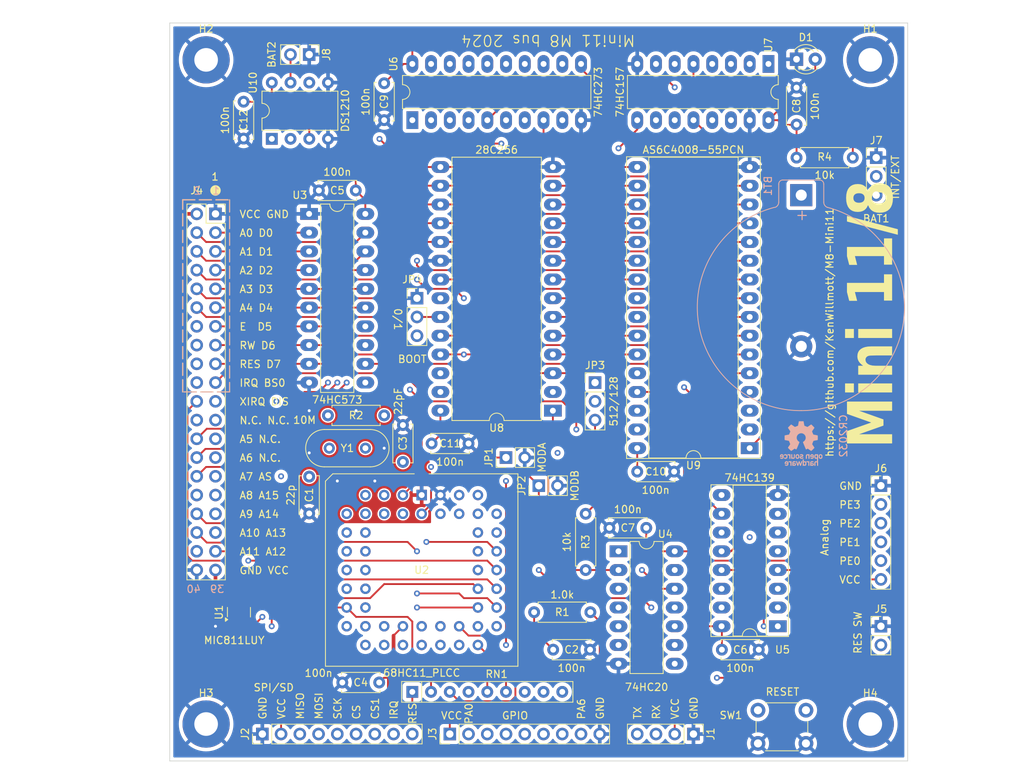
<source format=kicad_pcb>
(kicad_pcb (version 20240108) (generator "pcbnew") (generator_version "8.0")
  (layers (0 "F.Cu" signal) (1 "In1.Cu" signal) (2 "In2.Cu" signal) (31 "B.Cu" signal) (34 "B.Paste" user) (35 "F.Paste" user) (36 "B.SilkS" user "B.Silkscreen") (37 "F.SilkS" user "F.Silkscreen") (38 "B.Mask" user) (39 "F.Mask" user) (44 "Edge.Cuts" user))
  (net 0 "")
  (net 1 "GND")
  (net 2 "/A15")
  (net 3 "/A14")
  (net 4 "/A13")
  (net 5 "/A12")
  (net 6 "/A11")
  (net 7 "/A10")
  (net 8 "/A9")
  (net 9 "/A8")
  (net 10 "/A7")
  (net 11 "/A6")
  (net 12 "/A5")
  (net 13 "/A4")
  (net 14 "/A3")
  (net 15 "/A2")
  (net 16 "/A1")
  (net 17 "/A0")
  (net 18 "RES*")
  (net 19 "/D7")
  (net 20 "/D6")
  (net 21 "/D5")
  (net 22 "/D4")
  (net 23 "/D3")
  (net 24 "/D2")
  (net 25 "/D1")
  (net 26 "/D0")
  (net 27 "E")
  (net 28 "R{slash}W*")
  (net 29 "VCC")
  (net 30 "/bus/BREQ")
  (net 31 "IRQ*")
  (net 32 "/bus/BA")
  (net 33 "AS")
  (net 34 "XIRQ*")
  (net 35 "/bus/HALT")
  (net 36 "/bus/MR")
  (net 37 "/MOSI")
  (net 38 "/PA3")
  (net 39 "/MISO")
  (net 40 "/PA6")
  (net 41 "/PA5")
  (net 42 "/TX")
  (net 43 "PA1")
  (net 44 "RX")
  (net 45 "/PA4")
  (net 46 "/SCK")
  (net 47 "/CS1")
  (net 48 "PA0")
  (net 49 "/MODA")
  (net 50 "/CS")
  (net 51 "/Decode/Z3")
  (net 52 "/Decode/~{RAMWR}")
  (net 53 "/Decode/Z2")
  (net 54 "/Decode/~{RAMRD}")
  (net 55 "/Decode/Z1")
  (net 56 "/Decode/~{ROMEN}")
  (net 57 "/Decode/~{LATWR}")
  (net 58 "/Decode/RAM{slash}~{ROMIO}")
  (net 59 "/MODB")
  (net 60 "PA2")
  (net 61 "Net-(BT1-+)")
  (net 62 "/Decode/Z0")
  (net 63 "/bus/DIS")
  (net 64 "Net-(JP3-C)")
  (net 65 "BSEL1*")
  (net 66 "/Decode/Y2")
  (net 67 "/Decode/Y3")
  (net 68 "/Decode/Y0")
  (net 69 "/Decode/Y1")
  (net 70 "Net-(U2-XTAL)")
  (net 71 "Net-(U2-VRH)")
  (net 72 "Net-(U2-EXTAL)")
  (net 77 "Net-(U5A-O0)")
  (net 78 "Net-(U5B-E)")
  (net 81 "Net-(U10-VCCO)")
  (net 82 "Net-(U7-Zc)")
  (net 83 "Net-(U7-Zd)")
  (net 84 "Net-(U7-Zb)")
  (net 85 "Net-(U7-Za)")
  (net 86 "Net-(U10-~{CEO})")
  (net 87 "Net-(JP4-C)")
  (net 88 "Net-(D1-A)")
  (net 89 "Net-(J6-Pin_4)")
  (net 90 "Net-(J6-Pin_3)")
  (net 91 "Net-(J6-Pin_2)")
  (net 92 "Net-(J6-Pin_5)")
  (net 93 "Net-(J5-Pin_2)")
  (net 94 "Net-(J7-Pin_2)")
  (net 95 "Net-(J8-Pin_2)")
  (footprint "LED_THT:LED_D3.0mm" (layer "F.Cu") (at 160.005 54.915)
    (property "Reference" "D1")
    (property "Value" "PWR")
  )
  (footprint "Connector_PinHeader_2.54mm:PinHeader_1x04_P2.54mm_Vertical" (layer "F.Cu") (at 146.04 146.355 -90)
    (property "Reference" "J1")
    (property "Value" "Serial")
  )
  (footprint "Package_DIP:DIP-16_W7.62mm_Socket_LongPads" (layer "F.Cu") (at 157.47 131.75 180)
    (property "Reference" "U5")
    (property "Value" "74HC139")
  )
  (footprint "Package_DIP:DIP-8_W7.62mm" (layer "F.Cu") (at 88.9 65.7 90)
    (property "Reference" "U10")
    (property "Value" "DS1210")
  )
  (footprint "Connector_PinHeader_2.54mm:PinHeader_1x02_P2.54mm_Vertical" (layer "F.Cu") (at 125.08 112.7 90)
    (property "Reference" "JP2")
    (property "Value" "MODB")
  )
  (footprint "Capacitor_THT:C_Disc_D5.0mm_W2.5mm_P5.00mm" (layer "F.Cu") (at 93.97 111.47 -90)
    (property "Reference" "C1")
    (property "Value" "22p")
  )
  (footprint "Connector_PinHeader_2.54mm:PinHeader_1x03_P2.54mm_Vertical" (layer "F.Cu") (at 170.805 68.25)
    (property "Reference" "J7")
    (property "Value" "BAT1")
  )
  (footprint "Capacitor_THT:C_Disc_D5.0mm_W2.5mm_P5.00mm" (layer "F.Cu") (at 160.01 63.765 90)
    (property "Reference" "C8")
    (property "Value" "100n")
  )
  (footprint "Connector_PinHeader_2.54mm:PinHeader_1x09_P2.54mm_Vertical" (layer "F.Cu") (at 113.02 146.355 90)
    (property "Reference" "J3")
    (property "Value" "MCU I/O" (hide yes))
  )
  (footprint "Package_DIP:DIP-20_W7.62mm_LongPads" (layer "F.Cu") (at 107.945 63.17 90)
    (property "Reference" "U6")
    (property "Value" "74HC273")
  )
  (footprint "Capacitor_THT:C_Disc_D5.0mm_W2.5mm_P5.00mm" (layer "F.Cu") (at 104.13 58.17 -90)
    (property "Reference" "C9")
    (property "Value" "100n")
  )
  (footprint "Capacitor_THT:C_Disc_D5.0mm_W2.5mm_P5.00mm" (layer "F.Cu") (at 106.67 109.485 90)
    (property "Reference" "C3")
    (property "Value" "22pF")
  )
  (footprint "Capacitor_THT:C_Disc_D5.0mm_W2.5mm_P5.00mm" (layer "F.Cu") (at 110.56 106.985)
    (property "Reference" "C11")
    (property "Value" "100n")
  )
  (footprint "Resistor_THT:R_Array_SIP9" (layer "F.Cu") (at 107.94 140.64)
    (property "Reference" "RN1")
    (property "Value" "10K")
  )
  (footprint "MountingHole:MountingHole_3.2mm_M3_Pad" (layer "F.Cu") (at 170 145)
    (property "Reference" "H4")
    (property "Value" "MountingHole_Pad" (hide yes))
  )
  (footprint "Package_DIP:DIP-20_W7.62mm_LongPads" (layer "F.Cu") (at 93.955 75.87)
    (property "Reference" "U3")
    (property "Value" "74HC573")
  )
  (footprint "MountingHole:MountingHole_3.2mm_M3_Pad" (layer "F.Cu") (at 80 55)
    (property "Reference" "H2")
    (property "Value" "MountingHole_Pad" (hide yes))
  )
  (footprint "Capacitor_THT:C_Disc_D5.0mm_W2.5mm_P5.00mm" (layer "F.Cu") (at 149.89 134.925)
    (property "Reference" "C6")
    (property "Value" "100n")
  )
  (footprint "Resistor_THT:R_Axial_DIN0207_L6.3mm_D2.5mm_P7.62mm_Horizontal" (layer "F.Cu") (at 131.435 116.51 -90)
    (property "Reference" "R3")
    (property "Value" "10k")
  )
  (footprint "Resistor_THT:R_Axial_DIN0207_L6.3mm_D2.5mm_P7.62mm_Horizontal" (layer "F.Cu") (at 160.01 68.25)
    (property "Reference" "R4")
    (property "Value" "10k")
  )
  (footprint "Resistor_THT:R_Axial_DIN0207_L6.3mm_D2.5mm_P7.62mm_Horizontal" (layer "F.Cu") (at 96.51 103.175)
    (property "Reference" "R2")
    (property "Value" "10M")
  )
  (footprint "Connector_PinHeader_2.54mm:PinHeader_1x06_P2.54mm_Vertical" (layer "F.Cu") (at 171.44 112.7)
    (property "Reference" "J6")
    (property "Value" "Analog")
  )
  (footprint "Connector_PinHeader_2.54mm:PinHeader_1x02_P2.54mm_Vertical" (layer "F.Cu") (at 171.44 131.75)
    (property "Reference" "J5")
    (property "Value" "Conn_01x02_Pin" (hide yes))
  )
  (footprint "Connector_PinSocket_2.54mm:PinSocket_2x20_P2.54mm_Vertical" (layer "F.Cu") (at 81.27 75.87)
    (property "Reference" "J4")
    (property "Value" "Conn_02x20_Odd_Even" (hide yes))
  )
  (footprint "Capacitor_THT:C_Disc_D5.0mm_W2.5mm_P5.00mm" (layer "F.Cu") (at 85.08 60.67 -90)
    (property "Reference" "C12")
    (property "Value" "100n")
  )
  (footprint "Capacitor_THT:C_Disc_D5.0mm_W2.5mm_P5.00mm" (layer "F.Cu") (at 100.28 72.695 180)
    (property "Reference" "C5")
    (property "Value" "100n")
  )
  (footprint "Package_DIP:DIP-16_W7.62mm_LongPads" (layer "F.Cu") (at 156.2 55.55 -90)
    (property "Reference" "U7")
    (property "Value" "74HC157")
  )
  (footprint "MountingHole:MountingHole_3.2mm_M3_Pad" (layer "F.Cu") (at 170 55)
    (property "Reference" "H1")
    (property "Value" "MountingHole_Pad" (hide yes))
  )
  (footprint "MountingHole:MountingHole_3.2mm_M3_Pad" (layer "F.Cu") (at 80 145)
    (property "Reference" "H3")
    (property "Value" "MountingHole_Pad" (hide yes))
  )
  (footprint "Capacitor_THT:C_Disc_D5.0mm_W2.5mm_P5.00mm" (layer "F.Cu") (at 138.42 110.795)
    (property "Reference" "C10")
    (property "Value" "100n")
  )
  (footprint "Package_DIP:DIP-14_W7.62mm_LongPads" (layer "F.Cu") (at 135.88 121.59)
    (property "Reference" "U4")
    (property "Value" "74HC20")
  )
  (footprint "Connector_PinHeader_2.54mm:PinHeader_1x09_P2.54mm_Vertical" (layer "F.Cu") (at 87.62 146.355 90)
    (property "Reference" "J2")
    (property "Value" "SD Memory" (hide yes))
  )
  (footprint "Package_DIP:DIP-28_W15.24mm_LongPads" (layer "F.Cu") (at 126.99 102.54 180)
    (property "Reference" "U8")
    (property "Value" "28C256")
  )
  (footprint "Connector_PinHeader_2.54mm:PinHeader_1x02_P2.54mm_Vertical" (layer "F.Cu") (at 93.97 54.28 -90)
    (property "Reference" "J8")
    (property "Value" "BAT2")
  )
  (footprint "Capacitor_THT:C_Disc_D5.0mm_W2.5mm_P5.00mm" (layer "F.Cu") (at 127.03 134.925)
    (property "Reference" "C2")
    (property "Value" "100n")
  )
  (footprint "Capacitor_THT:C_Disc_D5.0mm_W2.5mm_P5.00mm" (layer "F.Cu") (at 139.65 118.415 180)
    (property "Reference" "C7")
    (property "Value" "100n")
  )
  (footprint "Package_TO_SOT_SMD:SOT-143_Handsoldering" (layer "F.Cu") (at 84.445 129.845 90)
    (property "Reference" "U1")
    (property "Value" "MIC811LUY")
  )
  (footprint "Package_LCC:PLCC-52_THT-Socket" (layer "F.Cu") (at 109.21 113.97)
    (property "Reference" "U2")
    (property "Value" "68HC11_PLCC")
  )
  (footprint "Resistor_THT:R_Axial_DIN0207_L6.3mm_D2.5mm_P7.62mm_Horizontal" (layer "F.Cu") (at 132.07 129.845 180)
    (property "Reference" "R1")
    (property "Value" "1.0k")
  )
  (footprint "Package_DIP:DIP-32_W15.24mm_Socket_LongPads" (layer "F.Cu") (at 153.66 107.62 180)
    (property "Reference" "U9")
    (property "Value" "AS6C4008-55PCN")
  )
  (footprint "Connector_PinHeader_2.54mm:PinHeader_1x02_P2.54mm_Vertical" (layer "F.Cu") (at 120.635 108.89 90)
    (property "Reference" "JP1")
    (property "Value" "MODA")
  )
  (footprint "Connector_PinHeader_2.54mm:PinHeader_1x03_P2.54mm_Vertical" (layer "F.Cu") (at 108.575 87.3)
    (property "Reference" "JP4")
    (property "Value" "BOOT")
  )
  (footprint "Button_Switch_THT:SW_PUSH_6mm_H4.3mm" (layer "F.Cu") (at 161.28 147.625 180)
    (property "Reference" "SW1")
    (property "Value" "RESET")
  )
  (footprint "Capacitor_THT:C_Disc_D5.0mm_W2.5mm_P5.00mm" (layer "F.Cu") (at 103.455 139.37 180)
    (property "Reference" "C4")
    (property "Value" "100n")
  )
  (footprint "Connector_PinHeader_2.54mm:PinHeader_1x03_P2.54mm_Vertical" (layer "F.Cu") (at 132.705 98.73)
    (property "Reference" "JP3")
    (property "Value" "512/128")
  )
  (footprint "Crystal:Crystal_HC18-U_Vertical" (layer "F.Cu") (at 96.69 107.62)
    (property "Reference" "Y1")
    (property "Value" "7.3728 MHz")
  )
  (footprint "Symbol:OSHW-Logo_5.7x6mm_SilkScreen" (layer "B.Cu") (at 160.645 106.985 180)
    (property "Reference" "REF**" (hide yes))
    (property "Value" "OSHW-Logo_5.7x6mm_SilkScreen" (hide yes))
  )
  (footprint "Battery:BatteryHolder_Keystone_107_1x23mm" (layer "B.Cu") (at 160.645 73.33 -90)
    (property "Reference" "BT1")
    (property "Value" "CR2032")
  )
  (gr_rect (start 76.825 73.965) (end 83.175 100) (stroke (width 0.15) (type dash)) (fill none) (layer "B.SilkS"))
  (gr_circle (center 81.27 72.695) (end 81.905 72.695) (stroke (width 0.15)) (fill solid) (layer "F.SilkS"))
  (gr_rect (start 76.825 73.965) (end 83.175 100) (stroke (width 0.15) (type dash)) (fill none) (layer "F.SilkS"))
  (gr_line (start 175.07 50) (end 175.07 150) (stroke (width 0.1)) (layer "Edge.Cuts"))
  (gr_line (start 75.07 150) (end 175.07 150) (stroke (width 0.1)) (layer "Edge.Cuts"))
  (gr_line (start 75.07 50) (end 175.07 50) (stroke (width 0.1)) (layer "Edge.Cuts"))
  (gr_line (start 75.07 150) (end 75.07 50) (stroke (width 0.1)) (layer "Edge.Cuts"))
  (gr_text "1" (at 81.905 73.33 0) (layer "B.SilkS") (effects (font (size 1 1)) (justify left bottom mirror)))
  (gr_text "40" (at 79.365 127.305 0) (layer "B.SilkS") (effects (font (size 1 1)) (justify left bottom mirror)))
  (gr_text "39" (at 82.54 127.305 0) (layer "B.SilkS") (effects (font (size 1 1)) (justify left bottom mirror)))
  (gr_text "2" (at 79.365 73.33 0) (layer "B.SilkS") (effects (font (size 1 1)) (justify left bottom mirror)))
  (gr_text "A4 D4" (at 84.445 89.205 0) (layer "F.SilkS") (effects (font (size 1 1)) (justify left bottom)))
  (gr_text "VCC GND" (at 84.445 76.505 0) (layer "F.SilkS") (effects (font (size 1 1)) (justify left bottom)))
  (gr_text "VCC" (at 90.795 144.45 90) (layer "F.SilkS") (effects (font (size 1 1)) (justify left bottom)))
  (gr_text "XIRQ DIS" (at 84.445 101.905 0) (layer "F.SilkS") (effects (font (size 1 1)) (justify left bottom)))
  (gr_text "E  D5" (at 84.445 91.745 0) (layer "F.SilkS") (effects (font (size 1 1)) (justify left bottom)))
  (gr_text "RES D7" (at 84.445 96.825 0) (layer "F.SilkS") (effects (font (size 1 1)) (justify left bottom)))
  (gr_text "PE0" (at 165.725 123.495 0) (layer "F.SilkS") (effects (font (size 1 1)) (justify left bottom)))
  (gr_text "RES" (at 108.575 145.085 90) (layer "F.SilkS") (effects (font (size 1 1)) (justify left bottom)))
  (gr_text "IRQ" (at 106.035 144.45 90) (layer "F.SilkS") (effects (font (size 1 1)) (justify left bottom)))
  (gr_text "A3 D3" (at 84.445 86.665 0) (layer "F.SilkS") (effects (font (size 1 1)) (justify left bottom)))
  (gr_text "A10 A13" (at 84.445 119.685 0) (layer "F.SilkS") (effects (font (size 1 1)) (justify left bottom)))
  (gr_text "CS1" (at 103.495 144.45 90) (layer "F.SilkS") (effects (font (size 1 1)) (justify left bottom)))
  (gr_text "CS" (at 100.955 144.45 90) (layer "F.SilkS") (effects (font (size 1 1)) (justify left bottom)))
  (gr_text "PA0" (at 116.195 145.085 90) (layer "F.SilkS") (effects (font (size 1 1)) (justify left bottom)))
  (gr_text "Mini11 M8 bus 2024" (at 126.355 52.375 180) (layer "F.SilkS") (effects (font (size 1.5 1.5))))
  (gr_text "GND" (at 88.255 144.45 90) (layer "F.SilkS") (effects (font (size 1 1)) (justify left bottom)))
  (gr_text "SCK" (at 98.415 144.45 90) (layer "F.SilkS") (effects (font (size 1 1)) (justify left bottom)))
  (gr_text "RW D6" (at 84.445 94.285 0) (layer "F.SilkS") (effects (font (size 1 1)) (justify left bottom)))
  (gr_text "SPI/SD" (at 86.35 140.64 0) (layer "F.SilkS") (effects (font (size 1 1)) (justify left bottom)))
  (gr_text "A7 AS" (at 84.445 112.065 0) (layer "F.SilkS") (effects (font (size 1 1)) (justify left bottom)))
  (gr_text "PA6" (at 131.435 144.45 90) (layer "F.SilkS") (effects (font (size 1 1)) (justify left bottom)))
  (gr_text "https://github.com/KenWillmott/M8-Mini11" (at 165.09 108.89 90) (layer "F.SilkS") (effects (font (size 1 1)) (justify left bottom)))
  (gr_text "PE3" (at 165.725 115.875 0) (layer "F.SilkS") (effects (font (size 1 1)) (justify left bottom)))
  (gr_text "PE2" (at 165.725 118.415 0) (layer "F.SilkS") (effects (font (size 1 1)) (justify left bottom)))
  (gr_text "1" (at 80.635 71.425 0) (layer "F.SilkS") (effects (font (size 1 1)) (justify left bottom)))
  (gr_text "RES SW" (at 168.9 135.56 90) (layer "F.SilkS") (effects (font (size 1 1)) (justify left bottom)))
  (gr_text "N.C. N.C." (at 84.445 104.445 0) (layer "F.SilkS") (effects (font (size 1 1)) (justify left bottom)))
  (gr_text "A9 A14" (at 84.445 117.145 0) (layer "F.SilkS") (effects (font (size 1 1)) (justify left bottom)))
  (gr_text "GND" (at 133.975 144.45 90) (layer "F.SilkS") (effects (font (size 1 1)) (justify left bottom)))
  (gr_text "GND" (at 146.675 144.45 90) (layer "F.SilkS") (effects (font (size 1 1)) (justify left bottom)))
  (gr_text "A5 N.C." (at 84.445 106.985 0) (layer "F.SilkS") (effects (font (size 1 1)) (justify left bottom)))
  (gr_text "0/1" (at 105.4 88.57 -90) (layer "F.SilkS") (effects (font (size 1 1)) (justify left bottom)))
  (gr_text "A1 D1" (at 84.445 81.585 0) (layer "F.SilkS") (effects (font (size 1 1)) (justify left bottom)))
  (gr_text "IRQ BS0" (at 84.445 99.365 0) (layer "F.SilkS") (effects (font (size 1 1)) (justify left bottom)))
  (gr_text "GND" (at 165.725 113.335 0) (layer "F.SilkS") (effects (font (size 1 1)) (justify left bottom)))
  (gr_text "GND VCC" (at 84.445 124.765 0) (layer "F.SilkS") (effects (font (size 1 1)) (justify left bottom)))
  (gr_text "INT/EXT" (at 173.98 73.965 90) (layer "F.SilkS") (effects (font (size 1 1)) (justify left bottom)))
  (gr_text "MOSI" (at 95.875 144.45 90) (layer "F.SilkS") (effects (font (size 1 1)) (justify left bottom)))
  (gr_text "RX" (at 141.595 144.45 90) (layer "F.SilkS") (effects (font (size 1 1)) (justify left bottom)))
  (gr_text "A2 D2" (at 84.445 84.125 0) (layer "F.SilkS") (effects (font (size 1 1)) (justify left bottom)))
  (gr_text "GPIO" (at 120.005 144.45 0) (layer "F.SilkS") (effects (font (size 1 1)) (justify left bottom)))
  (gr_text "PE1" (at 165.725 120.955 0) (layer "F.SilkS") (effects (font (size 1 1)) (justify left bottom)))
  (gr_text "VCC" (at 144.135 144.45 90) (layer "F.SilkS") (effects (font (size 1 1)) (justify left bottom)))
  (gr_text "TX" (at 139.055 144.45 90) (layer "F.SilkS") (effects (font (size 1 1)) (justify left bottom)))
  (gr_text "VCC" (at 111.75 144.45 0) (layer "F.SilkS") (effects (font (size 1 1)) (justify left bottom)))
  (gr_text "A0 D0" (at 84.445 79.045 0) (layer "F.SilkS") (effects (font (size 1 1)) (justify left bottom)))
  (gr_text "MISO" (at 93.335 144.45 90) (layer "F.SilkS") (effects (font (size 1 1)) (justify left bottom)))
  (gr_text "VCC" (at 165.725 126.035 0) (layer "F.SilkS") (effects (font (size 1 1)) (justify left bottom)))
  (gr_text "A11 A12" (at 84.445 122.225 0) (layer "F.SilkS") (effects (font (size 1 1)) (justify left bottom)))
  (gr_text "Mini 11/8" (at 173.98 107.62 90) (layer "F.SilkS") (effects (font (size 6 5) (thickness 0.3) (bold yes)) (justify left bottom)))
  (gr_text "A8 A15" (at 84.445 114.605 0) (layer "F.SilkS") (effects (font (size 1 1)) (justify left bottom)))
  (gr_text "A6 N.C." (at 84.445 109.525 0) (layer "F.SilkS") (effects (font (size 1 1)) (justify left bottom)))
  (segment (start 83.29 131.75) (end 83.695 131.345) (width 0.25) (layer "F.Cu") (net 1))
  (segment (start 81.27 131.75) (end 83.29 131.75) (width 0.25) (layer "F.Cu") (net 1))
  (via (at 102.86 112.065) (size 0.8) (drill 0.4) (layers "F.Cu" "B.Cu") (net 1))
  (via (at 104.13 107.62) (size 0.8) (drill 0.4) (layers "F.Cu" "B.Cu") (net 1))
  (via (at 81.27 131.75) (size 0.8) (drill 0.4) (layers "F.Cu" "B.Cu") (net 1))
  (via (at 100.32 102.54) (size 0.8) (drill 0.4) (layers "F.Cu" "B.Cu") (net 1))
  (via (at 93.97 108.255) (size 0.8) (drill 0.4) (layers "F.Cu" "B.Cu") (net 1))
  (via (at 93.97 102.54) (size 0.8) (drill 0.4) (layers "F.Cu" "B.Cu") (net 1))
  (via (at 97.78 112.065) (size 0.8) (drill 0.4) (layers "F.Cu" "B.Cu") (net 1))
  (segment (start 114.29 127.305) (end 114.925 127.94) (width 0.25) (layer "F.Cu") (net 3))
  (segment (start 114.925 127.94) (end 118.1 127.94) (width 0.25) (layer "F.Cu") (net 3))
  (segment (start 108.575 127.305) (end 114.29 127.305) (width 0.25) (layer "F.Cu") (net 3))
  (segment (start 118.1 127.94) (end 119.37 129.21) (width 0.25) (layer "F.Cu") (net 3))
  (via (at 108.575 127.305) (size 0.8) (drill 0.4) (layers "F.Cu" "B.Cu") (net 3))
  (segment (start 108.575 129.21) (end 116.83 129.21) (width 0.25) (layer "F.Cu") (net 4))
  (segment (start 140.325 125.4) (end 139.055 124.13) (width 0.25) (layer "F.Cu") (net 4))
  (segment (start 140.325 126.035) (end 140.325 125.4) (width 0.25) (layer "F.Cu") (net 4))
  (segment (start 140.96 126.67) (end 140.325 126.035) (width 0.25) (layer "F.Cu") (net 4))
  (segment (start 143.5 126.67) (end 140.96 126.67) (width 0.25) (layer "F.Cu") (net 4))
  (via (at 139.055 124.13) (size 0.8) (drill 0.4) (layers "F.Cu" "B.Cu") (net 4))
  (via (at 108.575 129.21) (size 0.8) (drill 0.4) (layers "F.Cu" "B.Cu") (net 4))
  (segment (start 81.27 121.59) (end 87.62 121.59) (width 0.25) (layer "F.Cu") (net 5))
  (segment (start 118.1 125.4) (end 119.37 126.67) (width 0.25) (layer "F.Cu") (net 5))
  (segment (start 87.62 121.59) (end 91.43 125.4) (width 0.25) (layer "F.Cu") (net 5))
  (segment (start 91.43 125.4) (end 118.1 125.4) (width 0.25) (layer "F.Cu") (net 5))
  (via (at 153.66 119.685) (size 0.8) (drill 0.4) (layers "F.Cu" "B.Cu") (net 5))
  (segment (start 86.985 122.86) (end 92.065 127.94) (width 0.25) (layer "F.Cu") (net 6))
  (segment (start 92.065 127.94) (end 102.225 127.94) (width 0.25) (layer "F.Cu") (net 6))
  (segment (start 104.13 126.035) (end 116.195 126.035) (width 0.25) (layer "F.Cu") (net 6))
  (segment (start 102.225 127.94) (end 104.13 126.035) (width 0.25) (layer "F.Cu") (net 6))
  (segment (start 116.195 126.035) (end 116.83 126.67) (width 0.25) (layer "F.Cu") (net 6))
  (segment (start 85.715 122.86) (end 86.985 122.86) (width 0.25) (layer "F.Cu") (net 6))
  (via (at 127.625 108.255) (size 0.8) (drill 0.4) (layers "F.Cu" "B.Cu") (net 6))
  (via (at 85.715 122.86) (size 0.8) (drill 0.4) (layers "F.Cu" "B.Cu") (net 6))
  (segment (start 130.8 86.03) (end 132.07 84.76) (width 0.25) (layer "F.Cu") (net 7))
  (segment (start 139.055 127.94) (end 140.325 129.21) (width 0.25) (layer "F.Cu") (net 7))
  (segment (start 116.82 84.75) (end 118.1 86.03) (width 0.25) (layer "F.Cu") (net 7))
  (segment (start 111.76 84.75) (end 116.82 84.75) (width 0.25) (layer "F.Cu") (net 7))
  (segment (start 125.085 124.13) (end 128.895 127.94) (width 0.25) (layer "F.Cu") (net 7))
  (segment (start 118.1 122.86) (end 119.37 124.13) (width 0.25) (layer "F.Cu") (net 7))
  (segment (start 111.75 84.76) (end 111.76 84.75) (width 0.25) (layer "F.Cu") (net 7))
  (segment (start 118.1 86.03) (end 130.8 86.03) (width 0.25) (layer "F.Cu") (net 7))
  (segment (start 128.895 127.94) (end 139.055 127.94) (width 0.25) (layer "F.Cu") (net 7))
  (segment (start 78.73 119.05) (end 80.095 120.415) (width 0.25) (layer "F.Cu") (net 7))
  (segment (start 92.7 122.86) (end 118.1 122.86) (width 0.25) (layer "F.Cu") (net 7))
  (segment (start 132.07 84.76) (end 138.42 84.76) (width 0.25) (layer "F.Cu") (net 7))
  (segment (start 80.095 120.415) (end 90.255 120.415) (width 0.25) (layer "F.Cu") (net 7))
  (segment (start 90.255 120.415) (end 92.7 122.86) (width 0.25) (layer "F.Cu") (net 7))
  (via (at 125.085 124.13) (size 0.8) (drill 0.4) (layers "F.Cu" "B.Cu") (net 7))
  (via (at 140.325 129.21) (size 0.8) (drill 0.4) (layers "F.Cu" "B.Cu") (net 7))
  (segment (start 130.8 93.65) (end 132.07 92.38) (width 0.25) (layer "F.Cu") (net 8))
  (segment (start 92.065 117.78) (end 94.605 120.32) (width 0.25) (layer "F.Cu") (net 8))
  (segment (start 118.1 93.65) (end 130.8 93.65) (width 0.25) (layer "F.Cu") (net 8))
  (segment (start 111.76 92.37) (end 116.82 92.37) (width 0.25) (layer "F.Cu") (net 8))
  (segment (start 132.07 92.38) (end 138.42 92.38) (width 0.25) (layer "F.Cu") (net 8))
  (segment (start 107.305 120.32) (end 108.575 121.59) (width 0.25) (layer "F.Cu") (net 8))
  (segment (start 80 117.78) (end 92.065 117.78) (width 0.25) (layer "F.Cu") (net 8))
  (segment (start 111.75 92.38) (end 111.76 92.37) (width 0.25) (layer "F.Cu") (net 8))
  (segment (start 116.82 92.37) (end 118.1 93.65) (width 0.25) (layer "F.Cu") (net 8))
  (segment (start 94.605 120.32) (end 107.305 120.32) (width 0.25) (layer "F.Cu") (net 8))
  (segment (start 78.73 116.51) (end 80 117.78) (width 0.25) (layer "F.Cu") (net 8))
  (via (at 108.575 121.59) (size 0.8) (drill 0.4) (layers "F.Cu" "B.Cu") (net 8))
  (segment (start 114.935 94.91) (end 116.82 94.91) (width 0.25) (layer "F.Cu") (net 9))
  (segment (start 118.1 96.19) (end 130.8 96.19) (width 0.25) (layer "F.Cu") (net 9))
  (segment (start 132.07 94.92) (end 138.42 94.92) (width 0.25) (layer "F.Cu") (net 9))
  (segment (start 119.37 121.59) (end 118.1 120.32) (width 0.25) (layer "F.Cu") (net 9))
  (segment (start 114.915 94.91) (end 114.925 94.92) (width 0.25) (layer "F.Cu") (net 9))
  (segment (start 111.76 94.91) (end 114.915 94.91) (width 0.25) (layer "F.Cu") (net 9))
  (segment (start 111.75 94.92) (end 111.76 94.91) (width 0.25) (layer "F.Cu") (net 9))
  (segment (start 114.925 94.92) (end 114.935 94.91) (width 0.25) (layer "F.Cu") (net 9))
  (segment (start 130.8 96.19) (end 132.07 94.92) (width 0.25) (layer "F.Cu") (net 9))
  (segment (start 116.82 94.91) (end 118.1 96.19) (width 0.25) (layer "F.Cu") (net 9))
  (segment (start 118.1 120.32) (end 109.845 120.32) (width 0.25) (layer "F.Cu") (net 9))
  (via (at 109.845 120.32) (size 0.8) (drill 0.4) (layers "F.Cu" "B.Cu") (net 9))
  (via (at 114.925 94.92) (size 0.8) (drill 0.4) (layers "F.Cu" "B.Cu") (net 9))
  (segment (start 84.447792 110.16) (end 93.707792 100.9) (width 0.25) (layer "F.Cu") (net 10))
  (segment (start 96.88 100.9) (end 99.05 98.73) (width 0.25) (layer "F.Cu") (net 10))
  (segment (start 132.07 96.19) (end 143.5 96.19) (width 0.25) (layer "F.Cu") (net 10))
  (segment (start 80 110.16) (end 84.447792 110.16) (width 0.25) (layer "F.Cu") (net 10))
  (segment (start 93.707792 100.9) (end 96.88 100.9) (width 0.25) (layer "F.Cu") (net 10))
  (segment (start 101.575 96.19) (end 116.83 96.19) (width 0.25) (layer "F.Cu") (net 10))
  (segment (start 99.05 98.73) (end 99.05 98.715) (width 0.25) (layer "F.Cu") (net 10))
  (segment (start 144.77 97.46) (end 153.66 97.46) (width 0.25) (layer "F.Cu") (net 10))
  (segment (start 130.81 97.45) (end 132.07 96.19) (width 0.25) (layer "F.Cu") (net 10))
  (segment (start 78.73 111.43) (end 80 110.16) (width 0.25) (layer "F.Cu") (net 10))
  (segment (start 116.83 96.19) (end 118.09 97.45) (width 0.25) (layer "F.Cu") (net 10))
  (segment (start 118.09 97.45) (end 125.72 97.45) (width 0.25) (layer "F.Cu") (net 10))
  (segment (start 143.5 96.19) (end 144.77 97.46) (width 0.25) (layer "F.Cu") (net 10))
  (segment (start 125.72 97.45) (end 130.81 97.45) (width 0.25) (layer "F.Cu") (net 10))
  (via (at 99.05 98.73) (size 0.8) (drill 0.4) (layers "F.Cu" "B.Cu") (net 10))
  (segment (start 79.905 107.715) (end 78.73 108.89) (width 0.25) (layer "F.Cu") (net 11))
  (segment (start 143.5 93.65) (end 144.77 94.92) (width 0.25) (layer "F.Cu") (net 11))
  (segment (start 86.256396 107.715) (end 79.905 107.715) (width 0.25) (layer "F.Cu") (net 11))
  (segment (start 132.07 93.65) (end 143.5 93.65) (width 0.25) (layer "F.Cu") (net 11))
  (segment (start 127 94.91) (end 130.79 94.91) (width 0.25) (layer "F.Cu") (net 11))
  (segment (start 130.8 94.92) (end 132.07 93.65) (width 0.25) (layer "F.Cu") (net 11))
  (segment (start 96.06 100.45) (end 93.521396 100.45) (width 0.25) (layer "F.Cu") (net 11))
  (segment (start 144.77 94.92) (end 153.66 94.92) (width 0.25) (layer "F.Cu") (net 11))
  (segment (start 97.78 98.73) (end 96.06 100.45) (width 0.25) (layer "F.Cu") (net 11))
  (segment (start 130.79 94.91) (end 130.8 94.92) (width 0.25) (layer "F.Cu") (net 11))
  (segment (start 93.521396 100.45) (end 86.256396 107.715) (width 0.25) (layer "F.Cu") (net 11))
  (via (at 97.78 98.73) (size 0.8) (drill 0.4) (layers "F.Cu" "B.Cu") (net 11))
  (segment (start 93.335 100) (end 88.35 104.985) (width 0.25) (layer "F.Cu") (net 12))
  (segment (start 126.99 92.38) (end 130.8 92.38) (width 0.25) (layer "F.Cu") (net 12))
  (segment (start 80.095 104.985) (end 78.73 106.35) (width 0.25) (layer "F.Cu") (net 12))
  (segment (start 143.5 91.11) (end 144.77 92.38) (width 0.25) (layer "F.Cu") (net 12))
  (segment (start 95.275495 100) (end 93.335 100) (width 0.25) (layer "F.Cu") (net 12))
  (segment (start 144.77 92.38) (end 153.66 92.38) (width 0.25) (layer "F.Cu") (net 12))
  (segment (start 96.51 98.73) (end 96.545495 98.73) (width 0.25) (layer "F.Cu") (net 12))
  (segment (start 88.35 104.985) (end 80.095 104.985) (width 0.25) (layer "F.Cu") (net 12))
  (segment (start 132.07 91.11) (end 143.5 91.11) (width 0.25) (layer "F.Cu") (net 12))
  (segment (start 130.8 92.38) (end 132.07 91.11) (width 0.25) (layer "F.Cu") (net 12))
  (segment (start 96.545495 98.73) (end 95.275495 100) (width 0.25) (layer "F.Cu") (net 12))
  (via (at 96.51 98.73) (size 0.8) (drill 0.4) (layers "F.Cu" "B.Cu") (net 12))
  (segment (start 101.57 88.57) (end 101.575 88.575) (width 0.25) (layer "F.Cu") (net 13))
  (segment (start 126.99 89.84) (end 127 89.83) (width 0.25) (layer "F.Cu") (net 13))
  (segment (start 130.8 89.84) (end 132.07 88.57) (width 0.25) (layer "F.Cu") (net 13))
  (segment (start 144.77 89.84) (end 153.66 89.84) (width 0.25) (layer "F.Cu") (net 13))
  (segment (start 143.5 88.57) (end 144.77 89.84) (width 0.25) (layer "F.Cu") (net 13))
  (segment (start 132.07 88.57) (end 143.5 88.57) (width 0.25) (layer "F.Cu") (net 13))
  (segment (start 96.51 89.84) (end 97.78 88.57) (width 0.25) (layer "F.Cu") (net 13))
  (segment (start 97.78 88.57) (end 101.57 88.57) (width 0.25) (layer "F.Cu") (net 13))
  (segment (start 130.79 89.83) (end 130.8 89.84) (width 0.25) (layer "F.Cu") (net 13))
  (segment (start 80 89.84) (end 96.51 89.84) (width 0.25) (layer "F.Cu") (net 13))
  (segment (start 78.73 88.57) (end 80 89.84) (width 0.25) (layer "F.Cu") (net 13))
  (segment (start 127 89.83) (end 130.79 89.83) (width 0.25) (layer "F.Cu") (net 13))
  (segment (start 132.07 86.03) (end 143.5 86.03) (width 0.25) (layer "F.Cu") (net 14))
  (segment (start 78.73 86.03) (end 80 87.3) (width 0.25) (layer "F.Cu") (net 14))
  (segment (start 97.78 86.03) (end 101.57 86.03) (width 0.25) (layer "F.Cu") (net 14))
  (segment (start 96.51 87.3) (end 97.78 86.03) (width 0.25) (layer "F.Cu") (net 14))
  (segment (start 80 87.3) (end 96.51 87.3) (width 0.25) (layer "F.Cu") (net 14))
  (segment (start 143.5 86.03) (end 144.77 87.3) (width 0.25) (layer "F.Cu") (net 14))
  (segment (start 130.8 87.3) (end 132.07 86.03) (width 0.25) (layer "F.Cu") (net 14))
  (segment (start 126.99 87.3) (end 130.8 87.3) (width 0.25) (layer "F.Cu") (net 14))
  (segment (start 101.57 86.03) (end 101.575 86.035) (width 0.25) (layer "F.Cu") (net 14))
  (segment (start 144.77 87.3) (end 153.66 87.3) (width 0.25) (layer "F.Cu") (net 14))
  (segment (start 130.81 84.75) (end 132.07 83.49) (width 0.25) (layer "F.Cu") (net 15))
  (segment (start 101.57 83.49) (end 101.575 83.495) (width 0.25) (layer "F.Cu") (net 15))
  (segment (start 127 84.75) (end 130.81 84.75) (width 0.25) (layer "F.Cu") (net 15))
  (segment (start 78.73 83.49) (end 80 84.76) (width 0.25) (layer "F.Cu") (net 15))
  (segment (start 96.51 84.76) (end 97.78 83.49) (width 0.25) (layer "F.Cu") (net 15))
  (segment (start 132.07 83.49) (end 143.5 83.49) (width 0.25) (layer "F.Cu") (net 15))
  (segment (start 143.5 83.49) (end 144.77 84.76) (width 0.25) (layer "F.Cu") (net 15))
  (segment (start 80 84.76) (end 96.51 84.76) (width 0.25) (layer "F.Cu") (net 15))
  (segment (start 126.99 84.76) (end 127 84.75) (width 0.25) (layer "F.Cu") (net 15))
  (segment (start 97.78 83.49) (end 101.57 83.49) (width 0.25) (layer "F.Cu") (net 15))
  (segment (start 144.77 84.76) (end 153.66 84.76) (width 0.25) (layer "F.Cu") (net 15))
  (segment (start 143.5 80.95) (end 144.77 82.22) (width 0.25) (layer "F.Cu") (net 16))
  (segment (start 100.31 82.22) (end 101.575 80.955) (width 0.25) (layer "F.Cu") (net 16))
  (segment (start 80 82.22) (end 100.31 82.22) (width 0.25) (layer "F.Cu") (net 16))
  (segment (start 144.77 82.22) (end 153.66 82.22) (width 0.25) (layer "F.Cu") (net 16))
  (segment (start 131.1275 82.21) (end 132.3875 80.95) (width 0.25) (layer "F.Cu") (net 16))
  (segment (start 127 82.21) (end 131.1275 82.21) (width 0.25) (layer "F.Cu") (net 16))
  (segment (start 113.655 86.03) (end 114.925 87.3) (width 0.25) (layer "F.Cu") (net 16))
  (segment (start 108.575 84.76) (end 109.845 86.03) (width 0.25) (layer "F.Cu") (net 16))
  (segment (start 132.3875 80.95) (end 143.5 80.95) (width 0.25) (layer "F.Cu") (net 16))
  (segment (start 109.845 86.03) (end 113.655 86.03) (width 0.25) (layer "F.Cu") (net 16))
  (segment (start 78.73 80.95) (end 80 82.22) (width 0.25) (layer "F.Cu") (net 16))
  (segment (start 126.99 82.22) (end 127 82.21) (width 0.25) (layer "F.Cu") (net 16))
  (via (at 114.925 87.3) (size 0.8) (drill 0.4) (layers "F.Cu" "B.Cu") (net 16))
  (via (at 108.575 84.76) (size 0.8) (drill 0.4) (layers "F.Cu" "B.Cu") (net 16))
  (segment (start 100.31 79.68) (end 101.575 78.415) (width 0.25) (layer "F.Cu") (net 17))
  (segment (start 143.5 78.41) (end 144.77 79.68) (width 0.25) (layer "F.Cu") (net 17))
  (segment (start 130.8 79.68) (end 132.07 78.41) (width 0.25) (layer "F.Cu") (net 17))
  (segment (start 80 79.68) (end 100.31 79.68) (width 0.25) (layer "F.Cu") (net 17))
  (segment (start 78.73 78.41) (end 80 79.68) (width 0.25) (layer "F.Cu") (net 17))
  (segment (start 126.99 79.68) (end 130.8 79.68) (width 0.25) (layer "F.Cu") (net 17))
  (segment (start 132.07 78.41) (end 143.5 78.41) (width 0.25) (layer "F.Cu") (net 17))
  (segment (start 144.77 79.68) (end 153.66 79.68) (width 0.25) (layer "F.Cu") (net 17))
  (segment (start 86.35 131.75) (end 85.8 131.75) (width 0.25) (layer "F.Cu") (net 18))
  (segment (start 85.8 131.75) (end 85.395 131.345) (width 0.25) (layer "F.Cu") (net 18))
  (segment (start 87.62 130.48) (end 86.35 131.75) (width 0.25) (layer "F.Cu") (net 18))
  (via (at 87.62 130.48) (size 0.8) (drill 0.4) (layers "F.Cu" "B.Cu") (net 18))
  (segment (start 130.8 80.95) (end 132.07 79.68) (width 0.25) (layer "F.Cu") (net 19))
  (segment (start 95.875 96.19) (end 97.145 94.92) (width 0.25) (layer "F.Cu") (net 19))
  (segment (start 122.535 79.67) (end 123.815 80.95) (width 0.25) (layer "F.Cu") (net 19))
  (segment (start 107.95 79.67) (end 122.535 79.67) (width 0.25) (layer "F.Cu") (net 19))
  (segment (start 132.07 79.68) (end 138.42 79.68) (width 0.25) (layer "F.Cu") (net 19))
  (segment (start 97.145 94.92) (end 103.495 94.92) (width 0.25) (layer "F.Cu") (net 19))
  (segment (start 81.27 96.19) (end 93.95 96.19) (width 0.25) (layer "F.Cu") (net 19))
  (segment (start 103.495 94.92) (end 106.67 91.745) (width 0.25) (layer "F.Cu") (net 19))
  (segment (start 93.955 96.19) (end 95.875 96.19) (width 0.25) (layer "F.Cu") (net 19))
  (segment (start 123.815 80.95) (end 130.8 80.95) (width 0.25) (layer "F.Cu") (net 19))
  (segment (start 106.67 80.95) (end 107.95 79.67) (width 0.25) (layer "F.Cu") (net 19))
  (segment (start 93.95 96.19) (end 93.955 96.195) (width 0.25) (layer "F.Cu") (net 19))
  (segment (start 106.67 91.745) (end 106.67 80.95) (width 0.25) (layer "F.Cu") (net 19))
  (segment (start 96.51 93.65) (end 97.78 92.38) (width 0.25) (layer "F.Cu") (net 20))
  (segment (start 106.035 79.045) (end 107.95 77.13) (width 0.25) (layer "F.Cu") (net 20))
  (segment (start 93.95 93.65) (end 93.955 93.655) (width 0.25) (layer "F.Cu") (net 20))
  (segment (start 93.955 93.65) (end 96.51 93.65) (width 0.25) (layer "F.Cu") (net 20))
  (segment (start 130.8 78.41) (end 132.07 77.14) (width 0.25) (layer "F.Cu") (net 20))
  (segment (start 97.78 92.38) (end 102.86 92.38) (width 0.25) (layer "F.Cu") (net 20))
  (segment (start 81.27 93.65) (end 93.95 93.65) (width 0.25) (layer "F.Cu") (net 20))
  (segment (start 106.035 89.205) (end 106.035 79.045) (width 0.25) (layer "F.Cu") (net 20))
  (segment (start 123.815 78.41) (end 130.8 78.41) (width 0.25) (layer "F.Cu") (net 20))
  (segment (start 102.86 92.38) (end 106.035 89.205) (width 0.25) (layer "F.Cu") (net 20))
  (segment (start 132.07 77.14) (end 138.42 77.14) (width 0.25) (layer "F.Cu") (net 20))
  (segment (start 122.535 77.13) (end 123.815 78.41) (width 0.25) (layer "F.Cu") (net 20))
  (segment (start 107.95 77.13) (end 122.535 77.13) (width 0.25) (layer "F.Cu") (net 20))
  (segment (start 82.545 91.115) (end 93.955 91.115) (width 0.25) (layer "F.Cu") (net 21))
  (segment (start 123.805 74.59) (end 125.085 75.87) (width 0.25) (layer "F.Cu") (net 21))
  (segment (start 103.212995 89.84) (end 105.4 87.652995) (width 0.25) (layer "F.Cu") (net 21))
  (segment (start 105.4 87.652995) (end 105.4 77.14) (width 0.25) (layer "F.Cu") (net 21))
  (segment (start 81.27 91.11) (end 82.54 91.11) (width 0.25) (layer "F.Cu") (net 21))
  (segment (start 93.955 91.11) (end 96.51 91.11) (width 0.25) (layer "F.Cu") (net 21))
  (segment (start 107.95 74.59) (end 123.805 74.59) (width 0.25) (layer "F.Cu") (net 21))
  (segment (start 105.4 77.14) (end 107.95 74.59) (width 0.25) (layer "F.Cu") (net 21))
  (segment (start 132.07 74.6) (end 138.42 74.6) (width 0.25) (layer "F.Cu") (net 21))
  (segment (start 130.8 75.87) (end 132.07 74.6) (width 0.25) (layer "F.Cu") (net 21))
  (segment (start 96.51 91.11) (end 97.78 89.84) (width 0.25) (layer "F.Cu") (net 21))
  (segment (start 97.78 89.84) (end 103.212995 89.84) (width 0.25) (layer "F.Cu") (net 21))
  (segment (start 82.54 91.11) (end 82.545 91.115) (width 0.25) (layer "F.Cu") (net 21))
  (segment (start 125.085 75.87) (end 130.8 75.87) (width 0.25) (layer "F.Cu") (net 21))
  (segment (start 81.27 88.57) (end 93.95 88.57) (width 0.25) (layer "F.Cu") (net 22))
  (segment (start 96.51 88.57) (end 93.955 88.57) (width 0.25) (layer "F.Cu") (net 22))
  (segment (start 130.8 73.33) (end 125.085 73.33) (width 0.25) (layer "F.Cu") (net 22))
  (segment (start 125.085 73.33) (end 123.805 72.05) (width 0.25) (layer "F.Cu") (net 22))
  (segment (start 102.86 87.3) (end 97.78 87.3) (width 0.25) (layer "F.Cu") (net 22))
  (segment (start 138.42 72.06) (end 132.07 72.06) (width 0.25) (layer "F.Cu") (net 22))
  (segment (start 104.765 75.235) (end 104.765 85.395) (width 0.25) (layer "F.Cu") (net 22))
  (segment (start 132.07 72.06) (end 130.8 73.33) (width 0.25) (layer "F.Cu") (net 22))
  (segment (start 97.78 87.3) (end 96.51 88.57) (width 0.25) (layer "F.Cu") (net 22))
  (segment (start 123.805 72.05) (end 107.95 72.05) (width 0.25) (layer "F.Cu") (net 22))
  (segment (start 93.95 88.57) (end 93.955 88.575) (width 0.25) (layer "F.Cu") (net 22))
  (segment (start 104.765 85.395) (end 102.86 87.3) (width 0.25) (layer "F.Cu") (net 22))
  (segment (start 107.95 72.05) (end 104.765 75.235) (width 0.25) (layer "F.Cu") (net 22))
  (segment (start 111.75 69.52) (end 111.76 69.51) (width 0.25) (layer "F.Cu") (net 23))
  (segment (start 130.165 69.52) (end 125.725 65.08) (width 0.25) (layer "F.Cu") (net 23))
  (segment (start 104.13 73.33) (end 107.94 69.52) (width 0.25) (layer "F.Cu") (net 23))
  (segment (start 97.78 84.76) (end 102.86 84.76) (width 0.25) (layer "F.Cu") (net 23))
  (segment (start 111.76 69.51) (end 123.805 69.51) (width 0.25) (layer "F.Cu") (net 23))
  (segment (start 104.13 83.49) (end 104.13 73.33) (width 0.25) (layer "F.Cu") (net 23))
  (segment (start 130.165 69.52) (end 138.42 69.52) (width 0.25) (layer "F.Cu") (net 23))
  (segment (start 81.27 86.03) (end 82.54 86.03) (width 0.25) (layer "F.Cu") (net 23))
  (segment (start 123.805 69.51) (end 125.085 70.79) (width 0.25) (layer "F.Cu") (net 23))
  (segment (start 82.54 86.03) (end 82.545 86.035) (width 0.25) (layer "F.Cu") (net 23))
  (segment (start 125.725 65.08) (end 125.725 63.17) (width 0.25) (layer "F.Cu") (net 23))
  (segment (start 128.895 70.79) (end 130.165 69.52) (width 0.25) (layer "F.Cu") (net 23))
  (segment (start 125.085 70.79) (end 128.895 70.79) (width 0.25) (layer "F.Cu") (net 23))
  (segment (start 96.505 86.035) (end 97.78 84.76) (width 0.25) (layer "F.Cu") (net 23))
  (segment (start 102.86 84.76) (end 104.13 83.49) (width 0.25) (layer "F.Cu") (net 23))
  (segment (start 107.94 69.52) (end 111.75 69.52) (width 0.25) (layer "F.Cu") (net 23))
  (segment (start 82.545 86.035) (end 96.505 86.035) (width 0.25) (layer "F.Cu") (net 23))
  (segment (start 126.99 72.06) (end 130.8 72.06) (width 0.25) (layer "F.Cu") (net 24))
  (segment (start 143.5 70.79) (end 144.77 72.06) (width 0.25) (layer "F.Cu") (net 24))
  (segment (start 144.77 72.06) (end 153.66 72.06) (width 0.25) (layer "F.Cu") (net 24))
  (segment (start 82.545 83.495) (end 93.955 83.495) (width 0.25) (layer "F.Cu") (net 24))
  (segment (start 81.27 83.49) (end 82.54 83.49) (width 0.25) (layer "F.Cu") (net 24))
  (segment (start 82.54 83.49) (end 82.545 83.495) (width 0.25) (layer "F.Cu") (net 24))
  (segment (start 132.07 70.79) (end 143.5 70.79) (width 0.25) (layer "F.Cu") (net 24))
  (segment (start 130.8 72.06) (end 132.07 70.79) (width 0.25) (layer "F.Cu") (net 24))
  (segment (start 130.8 74.6) (end 132.07 73.33) (width 0.25) (layer "F.Cu") (net 25))
  (segment (start 93.95 80.95) (end 93.955 80.955) (width 0.25) (layer "F.Cu") (net 25))
  (segment (start 126.99 74.6) (end 130.8 74.6) (width 0.25) (layer "F.Cu") (net 25))
  (segment (start 144.77 74.6) (end 153.66 74.6) (width 0.25) (layer "F.Cu") (net 25))
  (segment (start 143.5 73.33) (end 144.77 74.6) (width 0.25) (layer "F.Cu") (net 25))
  (segment (start 81.27 80.95) (end 93.95 80.95) (width 0.25) (layer "F.Cu") (net 25))
  (segment (start 132.07 73.33) (end 143.5 73.33) (width 0.25) (layer "F.Cu") (net 25))
  (segment (start 82.54 78.41) (end 82.545 78.415) (width 0.25) (layer "F.Cu") (net 26))
  (segment (start 82.545 78.415) (end 93.955 78.415) (width 0.25) (layer "F.Cu") (net 26))
  (segment (start 130.8 77.14) (end 132.07 75.87) (width 0.25) (layer "F.Cu") (net 26))
  (segment (start 126.99 77.14) (end 130.8 77.14) (width 0.25) (layer "F.Cu") (net 26))
  (segment (start 132.07 75.87) (end 143.5 75.87) (width 0.25) (layer "F.Cu") (net 26))
  (segment (start 144.77 77.14) (end 153.66 77.14) (width 0.25) (layer "F.Cu") (net 26))
  (segment (start 143.5 75.87) (end 144.77 77.14) (width 0.25) (layer "F.Cu") (net 26))
  (segment (start 81.27 78.41) (end 82.54 78.41) (width 0.25) (layer "F.Cu") (net 26))
  (via (at 110.48 110.16) (size 0.8) (drill 0.4) (layers "F.Cu" "B.Cu") (net 27))
  (segment (start 81.27 126.67) (end 80 126.67) (width 1) (layer "F.Cu") (net 29))
  (segment (start 90.16 146.355) (end 90.16 143.18) (width 0.25) (layer "F.Cu") (net 29))
  (segment (start 164.455 125.4) (end 161.915 122.86) (width 0.25) (layer "F.Cu") (net 29))
  (segment (start 126.355 105.08) (end 112.385 105.08) (width 1) (layer "F.Cu") (net 29))
  (segment (start 128.26 106.35) (end 127.625 106.35) (width 1) (layer "F.Cu") (net 29))
  (segment (start 126.99 102.54) (end 126.99 104.445) (width 0.25) (layer "F.Cu") (net 29))
  (segment (start 107.94 140.64) (end 107.94 143.18) (width 0.25) (layer "F.Cu") (net 29))
  (segment (start 101.575 75.87) (end 101.575 73.99) (width 0.25) (layer "F.Cu") (net 29))
  (segment (start 86.985 68.885) (end 97.78 68.885) (width 1) (layer "F.Cu") (net 29))
  (segment (start 104.765 138.735) (end 105.4 138.1) (width 0.5) (layer "F.Cu") (net 29))
  (segment (start 105.4 138.1) (end 105.4 133.02) (width 0.5) (layer "F.Cu") (net 29))
  (segment (start 104.09 138.735) (end 104.765 138.735) (width 0.25) (layer "F.Cu") (net 29))
  (segment (start 126.99 104.445) (end 126.355 105.08) (width 0.25) (layer "F.Cu") (net 29))
  (segment (start 90.16 143.18) (end 104.765 143.18) (width 1) (layer "F.Cu") (net 29))
  (segment (start 133.34 111.43) (end 128.26 106.35) (width 1) (layer "F.Cu") (net 29))
  (segment (start 76.19 133.986238) (end 85.383762 143.18) (width 1) (layer "F.Cu") (net 29))
  (segment (start 157.47 52.375) (end 158.105 53.01) (width 0.25) (layer "F.Cu") (net 29))
  (segment (start 83.495 128.345) (end 83.495 126.99) (width 0.25) (layer "F.Cu") (net 29))
  (segment (start 100.955 56.82) (end 105.4 52.375) (width 1) (layer "F.Cu") (net 29))
  (segment (start 79.365 68.885) (end 76.19 72.06) (width 1) (layer "F.Cu") (net 29))
  (segment (start 112.385 105.16) (end 112.385 105.08) (width 0.25) (layer "F.Cu") (net 29))
  (segment (start 100.28 71.385) (end 100.28 72.695) (width 0.25) (layer "F.Cu") (net 29))
  (segment (start 143.5 143.18) (end 146.675 140.005) (width 1) (layer "F.Cu") (net 29))
  (segment (start 113.02 143.18) (end 133.34 143.18) (width 1) (layer "F.Cu") (net 29))
  (segment (start 132.07 129.845) (end 133.34 131.115) (width 0.25) (layer "F.Cu") (net 29))
  (segment (start 81.27 126.67) (end 81.27 124.13) (width 0.5) (layer "F.Cu") (net 29))
  (segment (start 139.65 118.415) (end 139.65 120.28) (width 0.25) (layer "F.Cu") (net 29))
  (segment (start 159.97 63.805) (end 158.105 63.805) (width 0.25) (layer "F.Cu") (net 29))
  (segment (start 133.34 131.115) (end 133.34 143.18) (width 0.25) (layer "F.Cu") (net 29))
  (segment (start 76.19 126.67) (end 76.19 133.986238) (width 1) (layer "F.Cu") (net 29))
  (segment (start 133.34 114.605) (end 131.435 116.51) (width 0.25) (layer "F.Cu") (net 29))
  (segment (start 113.02 146.355) (end 113.02 143.18) (width 0.25) (layer "F.Cu") (net 29))
  (segment (start 105.4 52.375) (end 107.94 52.375) (width 1) (layer "F.Cu") (net 29))
  (segment (start 104.765 140.64) (end 104.765 143.18) (width 0.5) (layer "F.Cu") (net 29))
  (segment (start 104.765 140.64) (end 104.765 138.735) (width 0.5) (layer "F.Cu") (net 29))
  (segment (start 101.575 73.99) (end 100.28 72.695) (width 0.25) (layer "F.Cu") (net 29))
  (segment (start 160.01 68.25) (end 160.01 63.805) (width 0.25) (layer "F.Cu") (net 29))
  (segment (start 87.6 60.67) (end 88.9 59.37) (width 0.25) (layer "F.Cu") (net 29))
  (segment (start 80 126.67) (end 76.19 126.67) (width 1) (layer "F.Cu") (net 29))
  (segment (start 142.23 115.24) (end 146.675 119.685) (width 1) (layer "F.Cu") (net 29))
  (segment (start 127.625 106.35) (end 126.355 105.08) (width 1) (layer "F.Cu") (net 29))
  (segment (start 158.105 63.805) (end 157.47 63.17) (width 0.25) (layer "F.Cu") (net 29))
  (segment (start 97.78 68.885) (end 100.28 71.385) (width 0.25) (layer "F.Cu") (net 29))
  (segment (start 106.75 55.55) (end 104.13 58.17) (width 0.25) (layer "F.Cu") (net 29))
  (segment (start 83.495 126.99) (end 83.175 126.67) (width 0.25) (layer "F.Cu") (net 29))
  (segment (start 76.19 126.67) (end 76.19 75.87) (width 1) (layer "F.Cu") (net 29))
  (segment (start 132.705 108.89) (end 131.7525 109.8425) (width 0.25) (layer "F.Cu") (net 29))
  (segment (start 97.78 68.885) (end 100.955 65.71) (width 1) (layer "F.Cu") (net 29))
  (segment (start 111.75 102.54) (end 111.75 104.445) (width 0.25) (layer "F.Cu") (net 29))
  (segment (start 88.9 58.08) (end 88.9 59.37) (width 0.25) (layer "F.Cu") (net 29))
  (segment (start 146.675 122.86) (end 146.675 121.59) (width 1) (layer "F.Cu") (net 29))
  (segment (start 157.47 63.17) (end 156.2 63.17) (width 0.25) (layer "F.Cu") (net 29))
  (segment (start 107.945 55.55) (end 106.75 55.55) (width 0.25) (layer "F.Cu") (net 29))
  (segment (start 107.945 52.38) (end 107.94 52.375) (width 0.25) (layer "F.Cu") (net 29))
  (segment (start 143.5 146.355) (end 143.5 143.18) (width 0.25) (layer "F.Cu") (net 29))
  (segment (start 149.89 134.925) (end 149.89 131.79) (width 0.25) (layer "F.Cu") (net 29))
  (segment (start 107.945 55.55) (end 107.945 52.38) (width 0.25) (layer "F.Cu") (net 29))
  (segment (start 146.675 131.75) (end 146.675 122.86) (width 1) (layer "F.Cu") (net 29))
  (segment (start 76.19 75.87) (end 78.73 75.87) (width 0.5) (layer "F.Cu") (net 29))
  (segment (start 158.105 61.265) (end 156.2 63.17) (width 0.25) (layer "F.Cu") (net 29))
  (segment (start 140.96 121.59) (end 143.5 121.59) (width 0.25) (layer "F.Cu") (net 29))
  (segment (start 137.15 115.24) (end 142.23 115.24) (width 1) (layer "F.Cu") (net 29))
  (segment (start 86.985 68.885) (end 79.365 68.885) (width 1) (layer "F.Cu") (net 29))
  (segment (start 146.675 140.005) (end 146.675 131.75) (width 1) (layer "F.Cu") (net 29))
  (segment (start 171.44 125.4) (end 164.455 125.4) (width 0.25) (layer "F.Cu") (net 29))
  (segment (start 149.85 131.75) (end 146.675 131.75) (width 0.25) (layer "F.Cu") (net 29))
  (segment (start 103.455 139.37) (end 104.09 138.735) (width 0.25) (layer "F.Cu") (net 29))
  (segment (start 110.56 106.985) (end 112.385 105.16) (width 0.25) (layer "F.Cu") (net 29))
  (segment (start 161.915 122.86) (end 146.675 122.86) (width 0.25) (layer "F.Cu") (net 29))
  (segment (start 85.08 60.67) (end 86.985 60.67) (width 0.25) (layer "F.Cu") (net 29))
  (segment (start 83.175 126.67) (end 81.27 126.67) (width 0.25) (layer "F.Cu") (net 29))
  (segment (start 93.98 64.45) (end 93.98 65.7) (width 0.25) (layer "F.Cu") (net 29))
  (segment (start 149.89 131.79) (end 149.85 131.75) (width 0.25) (layer "F.Cu") (net 29))
  (segment (start 112.385 105.08) (end 111.75 104.445) (width 1) (layer "F.Cu") (net 29))
  (segment (start 132.705 108.89) (end 132.705 103.81) (width 0.25) (layer "F.Cu") (net 29))
  (segment (start 100.955 65.71) (end 100.955 56.82) (width 1) (layer "F.Cu") (net 29))
  (segment (start 85.383762 143.18) (end 90.16 143.18) (width 1) (layer "F.Cu") (net 29))
  (segment (start 76.19 72.06) (end 76.19 75.87) (width 1) (layer "F.Cu") (net 29))
  (segment (start 146.675 119.685) (end 146.675 121.59) (width 1) (layer "F.Cu") (net 29))
  (segment (start 133.34 143.18) (end 143.5 143.18) (width 1) (layer "F.Cu") (net 29))
  (segment (start 107.94 52.375) (end 157.47 52.375) (width 1) (layer "F.Cu") (net 29))
  (segment (start 88.9 59.37) (end 93.98 64.45) (width 0.25) (layer "F.Cu") (net 29))
  (segment (start 107.94 143.18) (end 113.02 143.18) (width 1) (layer "F.Cu") (net 29))
  (segment (start 133.34 111.43) (end 133.34 114.605) (width 0.25) (layer "F.Cu") (net 29))
  (segment (start 104.765 143.18) (end 107.94 143.18) (width 1) (layer "F.Cu") (net 29))
  (segment (start 105.4 133.02) (end 106.67 131.75) (width 0.25) (layer "F.Cu") (net 29))
  (segment (start 133.34 111.43) (end 137.15 115.24) (width 1) (layer "F.Cu") (net 29))
  (segment (start 158.105 53.01) (end 158.105 61.265) (width 0.25) (layer "F.Cu") (net 29))
  (segment (start 86.985 60.67) (end 86.985 68.885) (width 0.25) (layer "F.Cu") (net 29))
  (segment (start 143.5 121.59) (end 146.675 121.59) (width 0.25) (layer "F.Cu") (net 29))
  (segment (start 86.985 60.67) (end 87.6 60.67) (width 0.25) (layer "F.Cu") (net 29))
  (segment (start 139.65 120.28) (end 140.96 121.59) (width 0.25) (layer "F.Cu") (net 29))
  (via (at 90.16 111.43) (size 0.8) (drill 0.4) (layers "F.Cu" "B.Cu") (net 33))
  (segment (start 100.32 130.48) (end 107.305 130.48) (width 0.25) (layer "F.Cu") (net 34))
  (segment (start 83.81 122.86) (end 85.08 124.13) (width 0.25) (layer "F.Cu") (net 34))
  (segment (start 107.94 131.115) (end 107.94 135.56) (width 0.25) (layer "F.Cu") (net 34))
  (segment (start 92.065 129.21) (end 99.05 129.21) (width 0.25) (layer "F.Cu") (net 34))
  (segment (start 77.46 102.54) (end 77.46 122.225) (width 0.25) (layer "F.Cu") (net 34))
  (segment (start 107.94 135.56) (end 110.48 138.1) (width 0.25) (layer "F.Cu") (net 34))
  (segment (start 86.985 124.13) (end 92.065 129.21) (width 0.25) (layer "F.Cu") (net 34))
  (segment (start 85.08 124.13) (end 86.985 124.13) (width 0.25) (layer "F.Cu") (net 34))
  (segment (start 107.305 130.48) (end 107.94 131.115) (width 0.25) (layer "F.Cu") (net 34))
  (segment (start 110.48 138.1) (end 110.48 140.64) (width 0.25) (layer "F.Cu") (net 34))
  (segment (start 78.095 122.86) (end 83.81 122.86) (width 0.25) (layer "F.Cu") (net 34))
  (segment (start 99.05 129.21) (end 100.32 130.48) (width 0.25) (layer "F.Cu") (net 34))
  (segment (start 78.73 101.27) (end 77.46 102.54) (width 0.25) (layer "F.Cu") (net 34))
  (segment (start 77.46 122.225) (end 78.095 122.86) (width 0.25) (layer "F.Cu") (net 34))
  (segment (start 116.83 134.29) (end 118.1 135.56) (width 0.25) (layer "F.Cu") (net 43))
  (segment (start 118.1 135.56) (end 118.1 140.64) (width 0.25) (layer "F.Cu") (net 43))
  (segment (start 120.635 112.065) (end 120.64 112.07) (width 0.25) (layer "F.Cu") (net 49))
  (segment (start 106.67 113.97) (end 109.21 111.43) (width 0.25) (layer "F.Cu") (net 49))
  (segment (start 118.735 108.89) (end 120.635 108.89) (width 0.25) (layer "F.Cu") (net 49))
  (segment (start 116.195 111.43) (end 118.735 108.89) (width 0.25) (layer "F.Cu") (net 49))
  (segment (start 120.64 112.07) (end 120.64 134.29) (width 0.25) (layer "F.Cu") (net 49))
  (segment (start 109.21 111.43) (end 116.195 111.43) (width 0.25) (layer "F.Cu") (net 49))
  (via (at 120.64 134.29) (size 0.8) (drill 0.4) (layers "F.Cu" "B.Cu") (net 49))
  (via (at 120.635 112.065) (size 0.8) (drill 0.4) (layers "F.Cu" "B.Cu") (net 49))
  (segment (start 149.85 116.51) (end 144.77 111.43) (width 0.25) (layer "F.Cu") (net 52))
  (segment (start 144.77 111.43) (end 144.77 104.445) (width 0.25) (layer "F.Cu") (net 52))
  (segment (start 140.325 100) (end 138.42 100) (width 0.25) (layer "F.Cu") (net 52))
  (segment (start 144.77 104.445) (end 140.325 100) (width 0.25) (layer "F.Cu") (net 52))
  (segment (start 146.04 58.09) (end 146.04 55.55) (width 0.25) (layer "F.Cu") (net 55))
  (segment (start 118.105 63.17) (end 120.645 60.63) (width 0.25) (layer "F.Cu") (net 55))
  (segment (start 143.5 60.63) (end 146.04 58.09) (width 0.25) (layer "F.Cu") (net 55))
  (segment (start 120.645 60.63) (end 143.5 60.63) (width 0.25) (layer "F.Cu") (net 55))
  (segment (start 149.85 121.59) (end 151.12 121.59) (width 0.25) (layer "F.Cu") (net 57))
  (segment (start 152.39 120.32) (end 152.39 112.7) (width 0.25) (layer "F.Cu") (net 57))
  (segment (start 151.12 121.59) (end 152.39 120.32) (width 0.25) (layer "F.Cu") (net 57))
  (segment (start 142.865 58.09) (end 143.5 58.725) (width 0.25) (layer "F.Cu") (net 57))
  (segment (start 132.705 58.09) (end 142.865 58.09) (width 0.25) (layer "F.Cu") (net 57))
  (segment (start 146.675 106.985) (end 146.675 101.27) (width 0.25) (layer "F.Cu") (net 57))
  (segment (start 146.675 101.27) (end 144.77 99.365) (width 0.25) (layer "F.Cu") (net 57))
  (segment (start 152.39 112.7) (end 146.675 106.985) (width 0.25) (layer "F.Cu") (net 57))
  (segment (start 130.805 56.19) (end 132.705 58.09) (width 0.25) (layer "F.Cu") (net 57))
  (segment (start 130.805 55.55) (end 130.805 56.19) (width 0.25) (layer "F.Cu") (net 57))
  (via (at 144.77 99.365) (size 0.8) (drill 0.4) (layers "F.Cu" "B.Cu") (net 57))
  (via (at 143.5 58.725) (size 0.8) (drill 0.4) (layers "F.Cu" "B.Cu") (net 57))
  (segment (start 149.85 124.13) (end 151.755 124.13) (width 0.25) (layer "F.Cu") (net 58))
  (segment (start 151.755 124.13) (end 155.565 127.94) (width 0.25) (layer "F.Cu") (net 58))
  (segment (start 155.565 127.94) (end 155.565 131.75) (width 0.25) (layer "F.Cu") (net 58))
  (via (at 155.565 131.75) (size 0.8) (drill 0.4) (layers "F.Cu" "B.Cu") (net 58))
  (segment (start 114.29 141.91) (end 121.275 141.91) (width 0.25) (layer "F.Cu") (net 59))
  (segment (start 117.016396 112.515) (end 118.736396 110.795) (width 0.25) (layer "F.Cu") (net 59))
  (segment (start 110.48 113.335) (end 111.3 112.515) (width 0.25) (layer "F.Cu") (net 59))
  (segment (start 109.21 116.51) (end 110.48 115.24) (width 0.25) (layer "F.Cu") (net 59))
  (segment (start 113.02 140.64) (end 114.29 141.91) (width 0.25) (layer "F.Cu") (net 59))
  (segment (start 118.736396 110.795) (end 123.175 110.795) (width 0.25) (layer "F.Cu") (net 59))
  (segment (start 125.085 115.875) (end 125.08 115.87) (width 0.25) (layer "F.Cu") (net 59))
  (segment (start 125.085 116.51) (end 125.085 115.875) (width 0.25) (layer "F.Cu") (net 59))
  (segment (start 121.275 141.91) (end 121.91 141.275) (width 0.25) (layer "F.Cu") (net 59))
  (segment (start 121.91 141.275) (end 121.91 119.685) (width 0.25) (layer "F.Cu") (net 59))
  (segment (start 110.48 115.24) (end 110.48 113.335) (width 0.25) (layer "F.Cu") (net 59))
  (segment (start 111.3 112.515) (end 117.016396 112.515) (width 0.25) (layer "F.Cu") (net 59))
  (segment (start 123.175 110.795) (end 125.08 112.7) (width 0.25) (layer "F.Cu") (net 59))
  (segment (start 125.08 115.87) (end 125.08 112.7) (width 0.25) (layer "F.Cu") (net 59))
  (segment (start 121.91 119.685) (end 125.085 116.51) (width 0.25) (layer "F.Cu") (net 59))
  (segment (start 115.56 133.02) (end 117.465 133.02) (width 0.25) (layer "F.Cu") (net 60))
  (segment (start 120.64 136.195) (end 120.64 140.64) (width 0.25) (layer "F.Cu") (net 60))
  (segment (start 114.29 131.75) (end 115.56 133.02) (width 0.25) (layer "F.Cu") (net 60))
  (segment (start 117.465 133.02) (end 120.64 136.195) (width 0.25) (layer "F.Cu") (net 60))
  (segment (start 123.815 106.35) (end 126.355 108.89) (width 0.25) (layer "F.Cu") (net 63))
  (segment (start 135.88 124.13) (end 131.435 124.13) (width 0.25) (layer "F.Cu") (net 63))
  (segment (start 118.1 106.35) (end 123.815 106.35) (width 0.25) (layer "F.Cu") (net 63))
  (segment (start 126.355 108.89) (end 126.355 122.225) (width 0.25) (layer "F.Cu") (net 63))
  (segment (start 115.56 108.89) (end 118.1 106.35) (width 0.25) (layer "F.Cu") (net 63))
  (segment (start 109.21 101.27) (end 109.21 107.740496) (width 0.25) (layer "F.Cu") (net 63))
  (segment (start 109.21 107.740496) (end 110.359504 108.89) (width 0.25) (layer "F.Cu") (net 63))
  (segment (start 126.355 122.225) (end 128.26 124.13) (width 0.25) (layer "F.Cu") (net 63))
  (segment (start 128.26 124.13) (end 131.435 124.13) (width 0.25) (layer "F.Cu") (net 63))
  (segment (start 107.6225 99.6825) (end 109.21 101.27) (width 0.25) (layer "F.Cu") (net 63))
  (segment (start 110.359504 108.89) (end 115.56 108.89) (width 0.25) (layer "F.Cu") (net 63))
  (via (at 107.6225 99.6825) (size 0.8) (drill 0.4) (layers "F.Cu" "B.Cu") (net 63))
  (via (at 89.525 101.27) (size 0.8) (drill 0.4) (layers "F.Cu" "B.Cu") (net 63))
  (segment (start 110.48 101.27) (end 106.67 97.46) (width 0.25) (layer "F.Cu") (net 65))
  (segment (start 130.165 105.08) (end 130.165 103.175) (width 0.25) (layer "F.Cu") (net 65))
  (segment (start 128.26 101.27) (end 110.48 101.27) (width 0.25) (layer "F.Cu") (net 65))
  (segment (start 130.165 103.175) (end 128.26 101.27) (width 0.25) (layer "F.Cu") (net 65))
  (segment (start 106.67 97.46) (end 82.54 97.46) (width 0.25) (layer "F.Cu") (net 65))
  (segment (start 82.54 97.46) (end 81.27 98.73) (width 0.25) (layer "F.Cu") (net 65))
  (via (at 130.165 105.08) (size 0.8) (drill 0.4) (layers "F.Cu" "B.Cu") (net 65))
  (segment (start 124.45 132.345) (end 127.03 134.925) (width 0.25) (layer "F.Cu") (net 71))
  (segment (start 124.45 129.845) (end 124.45 132.345) (width 0.25) (layer "F.Cu") (net 71))
  (segment (start 160.01 132.385) (end 160.01 124.765) (width 0.25) (layer "F.Cu") (net 77))
  (segment (start 149.215 138.735) (end 153.66 138.735) (width 0.25) (layer "F.Cu") (net 77))
  (segment (start 153.66 138.735) (end 160.01 132.385) (width 0.25) (layer "F.Cu") (net 77))
  (segment (start 160.01 124.765) (end 159.375 124.13) (width 0.25) (layer "F.Cu") (net 77))
  (segment (start 159.375 124.13) (end 157.47 124.13) (width 0.25) (layer "F.Cu") (net 77))
  (via (at 149.215 138.735) (size 0.8) (drill 0.4) (layers "F.Cu" "B.Cu") (net 77))
  (segment (start 104.13 66.345) (end 103.495 65.71) (width 0.25) (layer "F.Cu") (net 81))
  (segment (start 120.005 66.345) (end 104.13 66.345) (width 0.25) (layer "F.Cu") (net 81))
  (segment (start 138.42 110.795) (end 138.42 107.62) (width 0.25) (layer "F.Cu") (net 81))
  (via (at 103.495 65.71) (size 0.8) (drill 0.4) (layers "F.Cu" "B.Cu") (net 81))
  (via (at 120.005 66.345) (size 0.8) (drill 0.4) (layers "F.Cu" "B.Cu") (net 81))
  (segment (start 135.88 66.98) (end 138.42 64.44) (width 0.25) (layer "F.Cu") (net 82))
  (segment (start 138.42 64.44) (end 138.42 63.17) (width 0.25) (layer "F.Cu") (net 82))
  (via (at 135.88 66.98) (size 0.8) (drill 0.4) (layers "F.Cu" "B.Cu") (net 82))
  (segment (start 156.2 67.615) (end 157.47 68.885) (width 0.25) (layer "F.Cu") (net 83))
  (segment (start 157.47 68.885) (end 157.47 103.81) (width 0.25) (layer "F.Cu") (net 83))
  (segment (start 157.47 103.81) (end 153.66 107.62) (width 0.25) (layer "F.Cu") (net 83))
  (segment (start 146.04 63.17) (end 150.485 67.615) (width 0.25) (layer "F.Cu") (net 83))
  (segment (start 150.485 67.615) (end 156.2 67.615) (width 0.25) (layer "F.Cu") (net 83))
  (segment (start 132.07 82.22) (end 130.8 83.49) (width 0.25) (layer "F.Cu") (net 86))
  (segment (start 108.575 82.855) (end 108.575 82.22) (width 0.25) (layer "F.Cu") (net 86))
  (segment (start 109.21 83.49) (end 108.575 82.855) (width 0.25) (layer "F.Cu") (net 86))
  (segment (start 130.8 83.49) (end 109.21 83.49) (width 0.25) (layer "F.Cu") (net 86))
  (segment (start 138.42 82.22) (end 132.07 82.22) (width 0.25) (layer "F.Cu") (net 86))
  (via (at 108.575 82.22) (size 0.8) (drill 0.4) (layers "F.Cu" "B.Cu") (net 86))
  (segment (start 108.575 89.84) (end 111.75 89.84) (width 0.25) (layer "F.Cu") (net 87))
  (segment (start 167.63 68.25) (end 167.63 63.17) (width 0.25) (layer "F.Cu") (net 88))
  (segment (start 162.545 58.085) (end 162.545 54.915) (width 0.25) (layer "F.Cu") (net 88))
  (segment (start 167.63 63.17) (end 162.545 58.085) (width 0.25) (layer "F.Cu") (net 88))
  (segment (start 86.12 128.345) (end 85.395 128.345) (width 0.25) (layer "F.Cu") (net 93))
  (segment (start 88.89 131.75) (end 88.89 129.845) (width 0.25) (layer "F.Cu") (net 93))
  (segment (start 88.89 129.845) (end 87.62 128.575) (width 0.25) (layer "F.Cu") (net 93))
  (segment (start 87.62 128.575) (end 86.35 128.575) (width 0.25) (layer "F.Cu") (net 93))
  (segment (start 86.35 128.575) (end 86.12 128.345) (width 0.25) (layer "F.Cu") (net 93))
  (via (at 88.89 131.75) (size 0.8) (drill 0.4) (layers "F.Cu" "B.Cu") (net 93))
  (segment (start 91.43 54.915) (end 91.44 54.925) (width 0.25) (layer "F.Cu") (net 95))
  (segment (start 91.44 54.925) (end 91.44 58.08) (width 0.25) (layer "F.Cu") (net 95))
  (segment (start 91.43 54.28) (end 91.43 54.915) (width 0.25) (layer "F.Cu") (net 95))
  (zone (net 1) (net_name "GND") (layer "F.Cu") (priority 1) (connect_pads (clearance 0)) (min_thickness 0.25) (fill yes (thermal_gap 0.5) (thermal_bridge_width 0.5))
    (polygon (pts (xy 92.7 117.78) (xy 110.48 117.78) (xy 110.48 110.16) (xy 107.94 100.635) (xy 104.765 100.635) (xy 97.145 100.635) (xy 92.7 100.635) (xy 92.7 108.255)))
  )
  (zone (net 1) (net_name "GND") (layer "B.Cu") (connect_pads (clearance 0.508)) (min_thickness 0.25) (fill yes (thermal_gap 0.5) (thermal_bridge_width 0.5))
    (polygon (pts (xy 75.555 50.47) (xy 174.615 50.47) (xy 174.615 149.53) (xy 75.555 149.53)))
  )
)
</source>
